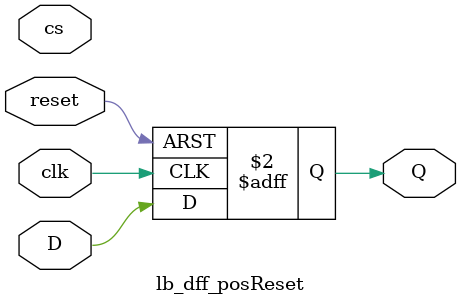
<source format=v>
`timescale 1ns / 1ps
module lb_dff_posReset(
    input D, 		//Data input
    input clk, 		//Clock 
    input reset,	//Reset
	input cs,		//chip select
	output reg Q 	//Data 
    );
	
always @ (posedge clk or posedge reset) 
	//if (cs) 
		if(reset)
			Q <= 1'b0;
		else 
			Q <= D;
	
endmodule

</source>
